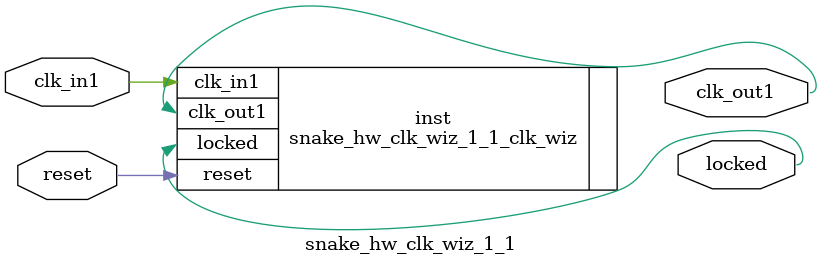
<source format=v>


`timescale 1ps/1ps

(* CORE_GENERATION_INFO = "snake_hw_clk_wiz_1_1,clk_wiz_v5_4_3_0,{component_name=snake_hw_clk_wiz_1_1,use_phase_alignment=true,use_min_o_jitter=false,use_max_i_jitter=false,use_dyn_phase_shift=false,use_inclk_switchover=false,use_dyn_reconfig=false,enable_axi=0,feedback_source=FDBK_AUTO,PRIMITIVE=MMCM,num_out_clk=1,clkin1_period=10.000,clkin2_period=10.000,use_power_down=false,use_reset=true,use_locked=true,use_inclk_stopped=false,feedback_type=SINGLE,CLOCK_MGR_TYPE=NA,manual_override=false}" *)

module snake_hw_clk_wiz_1_1 
 (
  // Clock out ports
  output        clk_out1,
  // Status and control signals
  input         reset,
  output        locked,
 // Clock in ports
  input         clk_in1
 );

  snake_hw_clk_wiz_1_1_clk_wiz inst
  (
  // Clock out ports  
  .clk_out1(clk_out1),
  // Status and control signals               
  .reset(reset), 
  .locked(locked),
 // Clock in ports
  .clk_in1(clk_in1)
  );

endmodule

</source>
